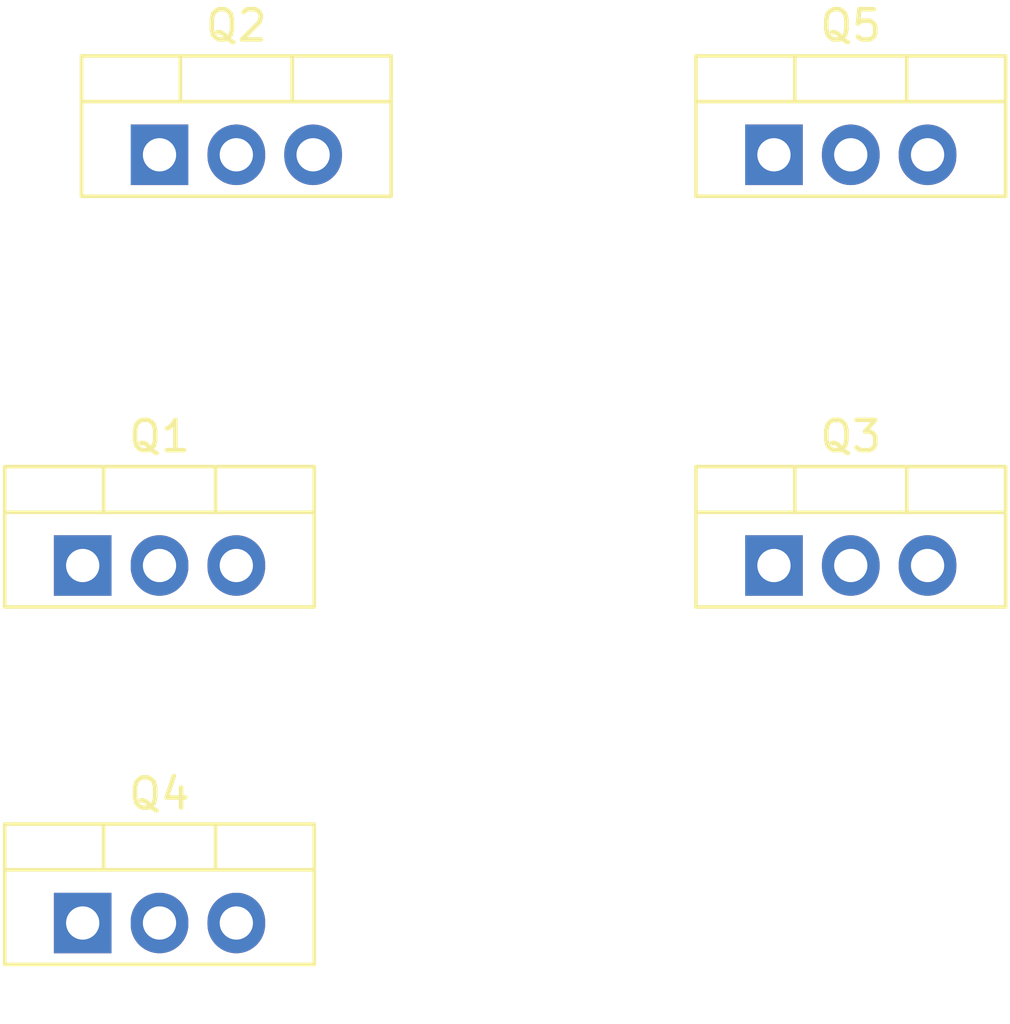
<source format=kicad_pcb>
(kicad_pcb (version 20211014) (generator pcbnew)
  (layers (0 "F.Cu" signal) (31 "B.Cu" signal) (34 "B.Paste" user) (35 "F.Paste" user) (36 "B.SilkS" user "B.Silkscreen") (37 "F.SilkS" user "F.Silkscreen") (38 "B.Mask" user) (39 "F.Mask" user) (44 "Edge.Cuts" user))
  (net 0 "")
  (net 2 "Net-(Q1-Pad2)")
  (net 3 "Net-(Q1-Pad3)")
  (net 4 "Net-(Q2-Pad1)")
  (net 5 "Net-(Q2-Pad3)")
  (net 6 "Net-(Q4-Pad3)")
  (footprint "Package_TO_SOT_THT:TO-220-3_Vertical" (layer "F.Cu") (at 109.22 73.66)
    (fp_text reference "Q4" (at 2.54 -4.27) (layer "F.SilkS"))
    (fp_text value "IRLZ44N")
    (fp_line (start -2.58 -3.27) (end -2.58 1.371) (layer "F.SilkS") (width 0.12))
    (fp_line (start 7.66 -3.27) (end 7.66 1.371) (layer "F.SilkS") (width 0.12))
    (fp_line (start 0.69 -3.27) (end 0.69 -1.76) (layer "F.SilkS") (width 0.12))
    (fp_line (start -2.58 -3.27) (end 7.66 -3.27) (layer "F.SilkS") (width 0.12))
    (fp_line (start 4.391 -3.27) (end 4.391 -1.76) (layer "F.SilkS") (width 0.12))
    (fp_line (start -2.58 1.371) (end 7.66 1.371) (layer "F.SilkS") (width 0.12))
    (fp_line (start -2.58 -1.76) (end 7.66 -1.76) (layer "F.SilkS") (width 0.12))
    (pad "1" thru_hole rect (at 0 0) (size 1.905 2) (drill 1.1) (layers *.Cu *.Mask) (net 4 "Net-(Q2-Pad1)"))
    (pad "2" thru_hole oval (at 2.54 0) (size 1.905 2) (drill 1.1) (layers *.Cu *.Mask) (net 2 "Net-(Q1-Pad2)"))
    (pad "3" thru_hole oval (at 5.08 0) (size 1.905 2) (drill 1.1) (layers *.Cu *.Mask) (net 6 "Net-(Q4-Pad3)"))
  )
  (footprint "Package_TO_SOT_THT:TO-220-3_Vertical" (layer "F.Cu") (at 109.22 61.84)
    (fp_text reference "Q1" (at 2.54 -4.27) (layer "F.SilkS"))
    (fp_text value "IRLZ44N")
    (fp_line (start 4.391 -3.27) (end 4.391 -1.76) (layer "F.SilkS") (width 0.12))
    (fp_line (start 0.69 -3.27) (end 0.69 -1.76) (layer "F.SilkS") (width 0.12))
    (fp_line (start -2.58 1.371) (end 7.66 1.371) (layer "F.SilkS") (width 0.12))
    (fp_line (start -2.58 -1.76) (end 7.66 -1.76) (layer "F.SilkS") (width 0.12))
    (fp_line (start 7.66 -3.27) (end 7.66 1.371) (layer "F.SilkS") (width 0.12))
    (fp_line (start -2.58 -3.27) (end 7.66 -3.27) (layer "F.SilkS") (width 0.12))
    (fp_line (start -2.58 -3.27) (end -2.58 1.371) (layer "F.SilkS") (width 0.12))
    (pad "1" thru_hole rect (at 0 0) (size 1.905 2) (drill 1.1) (layers *.Cu *.Mask))
    (pad "2" thru_hole oval (at 2.54 0) (size 1.905 2) (drill 1.1) (layers *.Cu *.Mask) (net 2 "Net-(Q1-Pad2)"))
    (pad "3" thru_hole oval (at 5.08 0) (size 1.905 2) (drill 1.1) (layers *.Cu *.Mask) (net 3 "Net-(Q1-Pad3)"))
  )
  (footprint "Package_TO_SOT_THT:TO-220-3_Vertical" (layer "F.Cu") (at 132.08 61.84)
    (fp_text reference "Q3" (at 2.54 -4.27) (layer "F.SilkS"))
    (fp_text value "IRLZ44N")
    (fp_line (start -2.58 -1.76) (end 7.66 -1.76) (layer "F.SilkS") (width 0.12))
    (fp_line (start -2.58 1.371) (end 7.66 1.371) (layer "F.SilkS") (width 0.12))
    (fp_line (start 0.69 -3.27) (end 0.69 -1.76) (layer "F.SilkS") (width 0.12))
    (fp_line (start -2.58 -3.27) (end -2.58 1.371) (layer "F.SilkS") (width 0.12))
    (fp_line (start 7.66 -3.27) (end 7.66 1.371) (layer "F.SilkS") (width 0.12))
    (fp_line (start -2.58 -3.27) (end 7.66 -3.27) (layer "F.SilkS") (width 0.12))
    (fp_line (start 4.391 -3.27) (end 4.391 -1.76) (layer "F.SilkS") (width 0.12))
    (pad "1" thru_hole rect (at 0 0) (size 1.905 2) (drill 1.1) (layers *.Cu *.Mask) (net 4 "Net-(Q2-Pad1)"))
    (pad "2" thru_hole oval (at 2.54 0) (size 1.905 2) (drill 1.1) (layers *.Cu *.Mask) (net 3 "Net-(Q1-Pad3)"))
    (pad "3" thru_hole oval (at 5.08 0) (size 1.905 2) (drill 1.1) (layers *.Cu *.Mask) (net 5 "Net-(Q2-Pad3)"))
  )
  (footprint "Package_TO_SOT_THT:TO-220-3_Vertical" (layer "F.Cu") (at 111.76 48.26)
    (fp_text reference "Q2" (at 2.54 -4.27) (layer "F.SilkS"))
    (fp_text value "IRLZ44N")
    (fp_line (start 7.66 -3.27) (end 7.66 1.371) (layer "F.SilkS") (width 0.12))
    (fp_line (start 4.391 -3.27) (end 4.391 -1.76) (layer "F.SilkS") (width 0.12))
    (fp_line (start 0.69 -3.27) (end 0.69 -1.76) (layer "F.SilkS") (width 0.12))
    (fp_line (start -2.58 1.371) (end 7.66 1.371) (layer "F.SilkS") (width 0.12))
    (fp_line (start -2.58 -3.27) (end 7.66 -3.27) (layer "F.SilkS") (width 0.12))
    (fp_line (start -2.58 -1.76) (end 7.66 -1.76) (layer "F.SilkS") (width 0.12))
    (fp_line (start -2.58 -3.27) (end -2.58 1.371) (layer "F.SilkS") (width 0.12))
    (pad "1" thru_hole rect (at 0 0) (size 1.905 2) (drill 1.1) (layers *.Cu *.Mask) (net 4 "Net-(Q2-Pad1)"))
    (pad "2" thru_hole oval (at 2.54 0) (size 1.905 2) (drill 1.1) (layers *.Cu *.Mask) (net 3 "Net-(Q1-Pad3)"))
    (pad "3" thru_hole oval (at 5.08 0) (size 1.905 2) (drill 1.1) (layers *.Cu *.Mask) (net 5 "Net-(Q2-Pad3)"))
  )
  (footprint "Package_TO_SOT_THT:TO-220-3_Vertical" (layer "F.Cu") (at 132.08 48.26)
    (fp_text reference "Q5" (at 2.54 -4.27) (layer "F.SilkS"))
    (fp_text value "IRLZ44N")
    (fp_line (start 0.69 -3.27) (end 0.69 -1.76) (layer "F.SilkS") (width 0.12))
    (fp_line (start -2.58 1.371) (end 7.66 1.371) (layer "F.SilkS") (width 0.12))
    (fp_line (start 7.66 -3.27) (end 7.66 1.371) (layer "F.SilkS") (width 0.12))
    (fp_line (start 4.391 -3.27) (end 4.391 -1.76) (layer "F.SilkS") (width 0.12))
    (fp_line (start -2.58 -3.27) (end -2.58 1.371) (layer "F.SilkS") (width 0.12))
    (fp_line (start -2.58 -3.27) (end 7.66 -3.27) (layer "F.SilkS") (width 0.12))
    (fp_line (start -2.58 -1.76) (end 7.66 -1.76) (layer "F.SilkS") (width 0.12))
    (pad "1" thru_hole rect (at 0 0) (size 1.905 2) (drill 1.1) (layers *.Cu *.Mask))
    (pad "2" thru_hole oval (at 2.54 0) (size 1.905 2) (drill 1.1) (layers *.Cu *.Mask) (net 6 "Net-(Q4-Pad3)"))
    (pad "3" thru_hole oval (at 5.08 0) (size 1.905 2) (drill 1.1) (layers *.Cu *.Mask) (net 5 "Net-(Q2-Pad3)"))
  )
)
</source>
